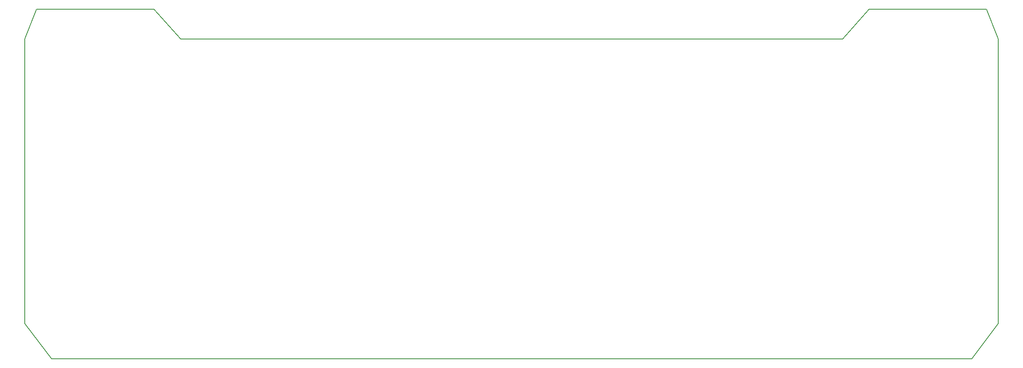
<source format=gbr>
G04 #@! TF.GenerationSoftware,KiCad,Pcbnew,(5.1.9)-1*
G04 #@! TF.CreationDate,2021-09-28T02:01:21-07:00*
G04 #@! TF.ProjectId,alphalpha rev2,616c7068-616c-4706-9861-20726576322e,rev?*
G04 #@! TF.SameCoordinates,Original*
G04 #@! TF.FileFunction,Profile,NP*
%FSLAX46Y46*%
G04 Gerber Fmt 4.6, Leading zero omitted, Abs format (unit mm)*
G04 Created by KiCad (PCBNEW (5.1.9)-1) date 2021-09-28 02:01:21*
%MOMM*%
%LPD*%
G01*
G04 APERTURE LIST*
G04 #@! TA.AperFunction,Profile*
%ADD10C,0.200000*%
G04 #@! TD*
G04 APERTURE END LIST*
D10*
X47481250Y-13000000D02*
X181118750Y-13000000D01*
X186500000Y-7000000D02*
X181118750Y-13000000D01*
X186500000Y-7000000D02*
X210168750Y-7000000D01*
X212550000Y-13000000D02*
X210168750Y-7000000D01*
X42100000Y-7000000D02*
X47481250Y-13000000D01*
X16050000Y-13000000D02*
X18431250Y-7000000D01*
X207168750Y-77521000D02*
X212550000Y-70389750D01*
X16050000Y-70389750D02*
X21431250Y-77521000D01*
X18431250Y-7000000D02*
X42100000Y-7000000D01*
X212550000Y-13000000D02*
X212550000Y-70389750D01*
X207168750Y-77521000D02*
X21431250Y-77521000D01*
X16050000Y-70389750D02*
X16050000Y-13000000D01*
M02*

</source>
